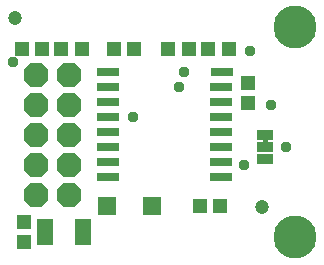
<source format=gts>
G75*
%MOIN*%
%OFA0B0*%
%FSLAX25Y25*%
%IPPOS*%
%LPD*%
%AMOC8*
5,1,8,0,0,1.08239X$1,22.5*
%
%ADD10OC8,0.08200*%
%ADD11R,0.07457X0.03052*%
%ADD12R,0.06312X0.06312*%
%ADD13R,0.04737X0.05131*%
%ADD14R,0.05131X0.04737*%
%ADD15R,0.05524X0.08674*%
%ADD16R,0.04737X0.04737*%
%ADD17C,0.04737*%
%ADD18R,0.05800X0.03300*%
%ADD19C,0.00500*%
%ADD20C,0.03700*%
%ADD21C,0.14300*%
D10*
X0104833Y0112901D03*
X0115833Y0112901D03*
X0115833Y0122901D03*
X0104833Y0122901D03*
X0104833Y0132901D03*
X0115833Y0132901D03*
X0115833Y0142901D03*
X0104833Y0142901D03*
X0104833Y0152901D03*
X0115833Y0152901D03*
D11*
X0128812Y0153901D03*
X0128812Y0148901D03*
X0128812Y0143901D03*
X0128812Y0138901D03*
X0128812Y0133901D03*
X0128812Y0128901D03*
X0128812Y0123901D03*
X0128812Y0118901D03*
X0166375Y0118901D03*
X0166375Y0123901D03*
X0166375Y0128901D03*
X0166375Y0133901D03*
X0166375Y0138901D03*
X0166375Y0143901D03*
X0166375Y0148901D03*
X0166572Y0153901D03*
D12*
X0143314Y0109346D03*
X0128353Y0109346D03*
D13*
X0100571Y0097257D03*
X0100571Y0103950D03*
X0175253Y0143659D03*
X0175253Y0150352D03*
X0155570Y0161533D03*
X0148877Y0161533D03*
X0106600Y0161665D03*
X0099907Y0161665D03*
D14*
X0130587Y0161525D03*
X0137280Y0161525D03*
X0159524Y0109317D03*
X0166217Y0109317D03*
D15*
X0120473Y0100701D03*
X0107874Y0100701D03*
D16*
X0113021Y0161665D03*
X0119926Y0161665D03*
X0162071Y0161533D03*
X0168976Y0161533D03*
D17*
X0097683Y0171873D03*
X0180183Y0108873D03*
D18*
X0181183Y0124873D03*
X0181183Y0128873D03*
X0181183Y0132873D03*
D19*
X0180683Y0131623D02*
X0181683Y0131623D01*
X0181683Y0130123D01*
X0180683Y0130123D01*
X0180683Y0131623D01*
X0180683Y0131247D02*
X0181683Y0131247D01*
X0181683Y0130748D02*
X0180683Y0130748D01*
X0180683Y0130250D02*
X0181683Y0130250D01*
D20*
X0188183Y0128873D03*
X0174183Y0122873D03*
X0137183Y0138873D03*
X0152553Y0148901D03*
X0154053Y0154101D03*
X0176183Y0160873D03*
X0183183Y0142873D03*
X0097203Y0157193D03*
D21*
X0191183Y0168903D03*
X0191183Y0098903D03*
M02*

</source>
